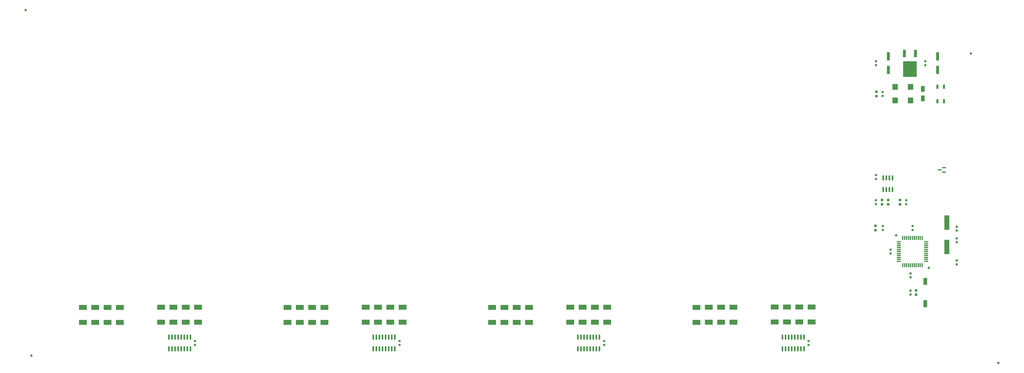
<source format=gtp>
%FSLAX24Y24*%
%MOIN*%
G70*
G01*
G75*
G04 Layer_Color=8421504*
%ADD10R,0.0354X0.0354*%
%ADD11R,0.0630X0.0236*%
%ADD12R,0.0630X0.0236*%
%ADD13R,0.0394X0.0394*%
%ADD14O,0.0217X0.0689*%
%ADD15O,0.0689X0.0217*%
%ADD16R,0.1299X0.0787*%
%ADD17O,0.0236X0.0866*%
%ADD18R,0.0492X0.1201*%
%ADD19R,0.2185X0.2559*%
%ADD20R,0.0472X0.1378*%
%ADD21R,0.0335X0.0669*%
%ADD22R,0.0866X0.0925*%
%ADD23C,0.0394*%
%ADD24R,0.0630X0.1181*%
%ADD25R,0.0335X0.0335*%
%ADD26R,0.0787X0.2362*%
%ADD27O,0.0236X0.0866*%
%ADD28R,0.0610X0.0925*%
%ADD29C,0.0150*%
%ADD30C,0.0500*%
%ADD31C,0.0250*%
%ADD32C,0.0300*%
%ADD33C,0.0100*%
%ADD34R,0.0591X0.0591*%
%ADD35C,0.0591*%
%ADD36C,0.1161*%
%ADD37C,0.0630*%
%ADD38C,0.0591*%
%ADD39R,0.0591X0.0591*%
%ADD40P,0.2706X8X22.5*%
%ADD41C,0.0500*%
%ADD42C,0.0394*%
%ADD43C,0.0098*%
%ADD44C,0.0236*%
%ADD45C,0.0079*%
D10*
X32083Y4885D02*
D03*
Y5515D02*
D03*
X131764Y4885D02*
D03*
Y5515D02*
D03*
X98537Y4885D02*
D03*
Y5515D02*
D03*
X145094Y19741D02*
D03*
Y20371D02*
D03*
X148324Y16515D02*
D03*
Y15885D02*
D03*
X155824Y22215D02*
D03*
Y21585D02*
D03*
X142724Y50385D02*
D03*
Y51015D02*
D03*
X150724Y50385D02*
D03*
Y51015D02*
D03*
X148644Y24221D02*
D03*
Y23591D02*
D03*
X142724Y32515D02*
D03*
Y31885D02*
D03*
X148324Y13085D02*
D03*
Y13715D02*
D03*
X155824Y24115D02*
D03*
Y23485D02*
D03*
Y17985D02*
D03*
Y18615D02*
D03*
X65310Y5515D02*
D03*
Y4885D02*
D03*
D11*
X153750Y32976D02*
D03*
D12*
X153750Y33724D02*
D03*
X153042Y33350D02*
D03*
D13*
X149224Y13065D02*
D03*
Y13735D02*
D03*
X142624Y24235D02*
D03*
Y23565D02*
D03*
X146624Y27765D02*
D03*
Y28435D02*
D03*
X143674Y27765D02*
D03*
Y28435D02*
D03*
X144674D02*
D03*
Y27765D02*
D03*
X142774Y45365D02*
D03*
Y46035D02*
D03*
D14*
X150210Y17846D02*
D03*
X149895D02*
D03*
X149580D02*
D03*
X149265D02*
D03*
X148950D02*
D03*
X148636D02*
D03*
X148321D02*
D03*
X148006D02*
D03*
X147691D02*
D03*
X147376D02*
D03*
X147061D02*
D03*
Y22295D02*
D03*
X147376D02*
D03*
X147691D02*
D03*
X148006D02*
D03*
X148321D02*
D03*
X148636D02*
D03*
X148950D02*
D03*
X149265D02*
D03*
X149580D02*
D03*
X149895D02*
D03*
X150210D02*
D03*
D15*
X146411Y18496D02*
D03*
Y18811D02*
D03*
Y19126D02*
D03*
Y19441D02*
D03*
Y19756D02*
D03*
Y20070D02*
D03*
Y20385D02*
D03*
Y20700D02*
D03*
Y21015D02*
D03*
Y21330D02*
D03*
Y21645D02*
D03*
X150860D02*
D03*
Y21330D02*
D03*
Y21015D02*
D03*
Y20700D02*
D03*
Y20385D02*
D03*
Y20070D02*
D03*
Y19756D02*
D03*
Y19441D02*
D03*
Y19126D02*
D03*
Y18811D02*
D03*
Y18496D02*
D03*
D16*
X130264Y8609D02*
D03*
Y11050D02*
D03*
X128264Y8609D02*
D03*
Y11050D02*
D03*
X126264Y8609D02*
D03*
Y11050D02*
D03*
X132264D02*
D03*
Y8609D02*
D03*
X117566Y11021D02*
D03*
X113566Y10992D02*
D03*
Y8551D02*
D03*
X119566Y11021D02*
D03*
Y8580D02*
D03*
X115566Y11021D02*
D03*
Y8580D02*
D03*
X117566D02*
D03*
X80339Y10992D02*
D03*
X84339Y10992D02*
D03*
X86339D02*
D03*
X82339D02*
D03*
X93037Y11020D02*
D03*
X97037D02*
D03*
X99037D02*
D03*
X95037Y11020D02*
D03*
X59810Y11020D02*
D03*
X65810D02*
D03*
X63810D02*
D03*
X61810D02*
D03*
X47111Y10992D02*
D03*
X53111D02*
D03*
X51111D02*
D03*
X49111D02*
D03*
X32583Y11020D02*
D03*
X26583D02*
D03*
X30583D02*
D03*
X28583D02*
D03*
X17884Y10992D02*
D03*
X15884D02*
D03*
X19884D02*
D03*
X13884D02*
D03*
Y8551D02*
D03*
X47111D02*
D03*
X80339D02*
D03*
X28583Y8580D02*
D03*
X30583Y8580D02*
D03*
X19884Y8551D02*
D03*
X26583Y8580D02*
D03*
X15884Y8551D02*
D03*
X32583Y8580D02*
D03*
X17884Y8551D02*
D03*
X61810Y8580D02*
D03*
X63810D02*
D03*
X53111Y8551D02*
D03*
X59810Y8580D02*
D03*
X49111Y8551D02*
D03*
X65810Y8580D02*
D03*
X51111Y8551D02*
D03*
X95037Y8580D02*
D03*
X97037Y8580D02*
D03*
X86339Y8551D02*
D03*
X93037Y8580D02*
D03*
X82339Y8551D02*
D03*
X99037Y8580D02*
D03*
X84339Y8551D02*
D03*
D17*
X127514Y4255D02*
D03*
X128014D02*
D03*
X128514D02*
D03*
X129014D02*
D03*
X129514D02*
D03*
X130014D02*
D03*
X130514D02*
D03*
X131014D02*
D03*
X127514Y6145D02*
D03*
X128014D02*
D03*
X128514D02*
D03*
X129014D02*
D03*
X129514D02*
D03*
X130014D02*
D03*
X130514D02*
D03*
X131014D02*
D03*
X145374Y32045D02*
D03*
X144374D02*
D03*
X143874D02*
D03*
X145374Y30155D02*
D03*
X144874D02*
D03*
X144374D02*
D03*
X143874D02*
D03*
X31333Y6145D02*
D03*
X30833D02*
D03*
X30333D02*
D03*
X29833D02*
D03*
X29333D02*
D03*
X28833D02*
D03*
X28333D02*
D03*
X27833D02*
D03*
Y4255D02*
D03*
X28333D02*
D03*
X28833D02*
D03*
X29333D02*
D03*
X29833D02*
D03*
X30333D02*
D03*
X30833D02*
D03*
X31333D02*
D03*
X64560Y6145D02*
D03*
X64060D02*
D03*
X63560D02*
D03*
X63060D02*
D03*
X62560D02*
D03*
X62060D02*
D03*
X61560D02*
D03*
X61060D02*
D03*
Y4255D02*
D03*
X61560D02*
D03*
X62060D02*
D03*
X62560D02*
D03*
X63060D02*
D03*
X63560D02*
D03*
X64060D02*
D03*
X64560D02*
D03*
X97787Y6145D02*
D03*
X97287D02*
D03*
X96787D02*
D03*
X96287D02*
D03*
X95787D02*
D03*
X95287D02*
D03*
X94787D02*
D03*
X94287D02*
D03*
Y4255D02*
D03*
X94787D02*
D03*
X95287D02*
D03*
X95787D02*
D03*
X96287D02*
D03*
X96787D02*
D03*
X97287D02*
D03*
X97787D02*
D03*
D18*
X149126Y52294D02*
D03*
X147323D02*
D03*
D19*
X148224Y49755D02*
D03*
D20*
X152724Y49600D02*
D03*
Y51800D02*
D03*
X144724Y49600D02*
D03*
Y51800D02*
D03*
D21*
X152699Y44519D02*
D03*
X153750D02*
D03*
Y46881D02*
D03*
X152699D02*
D03*
D22*
X148324Y46852D02*
D03*
Y44648D02*
D03*
X145824Y46852D02*
D03*
Y44648D02*
D03*
D23*
X145984Y22730D02*
D03*
X151295Y17410D02*
D03*
X5512Y3140D02*
D03*
X4574Y59359D02*
D03*
X158118Y52272D02*
D03*
X162598Y1958D02*
D03*
D24*
X150724Y11593D02*
D03*
Y15207D02*
D03*
D25*
X143824Y23585D02*
D03*
Y24215D02*
D03*
X147625Y28415D02*
D03*
Y27785D02*
D03*
X142674Y28415D02*
D03*
Y27785D02*
D03*
X143774Y46015D02*
D03*
Y45385D02*
D03*
D26*
X154224Y20831D02*
D03*
Y24769D02*
D03*
D27*
X144874Y32045D02*
D03*
D28*
X150324Y46528D02*
D03*
Y44972D02*
D03*
M02*

</source>
